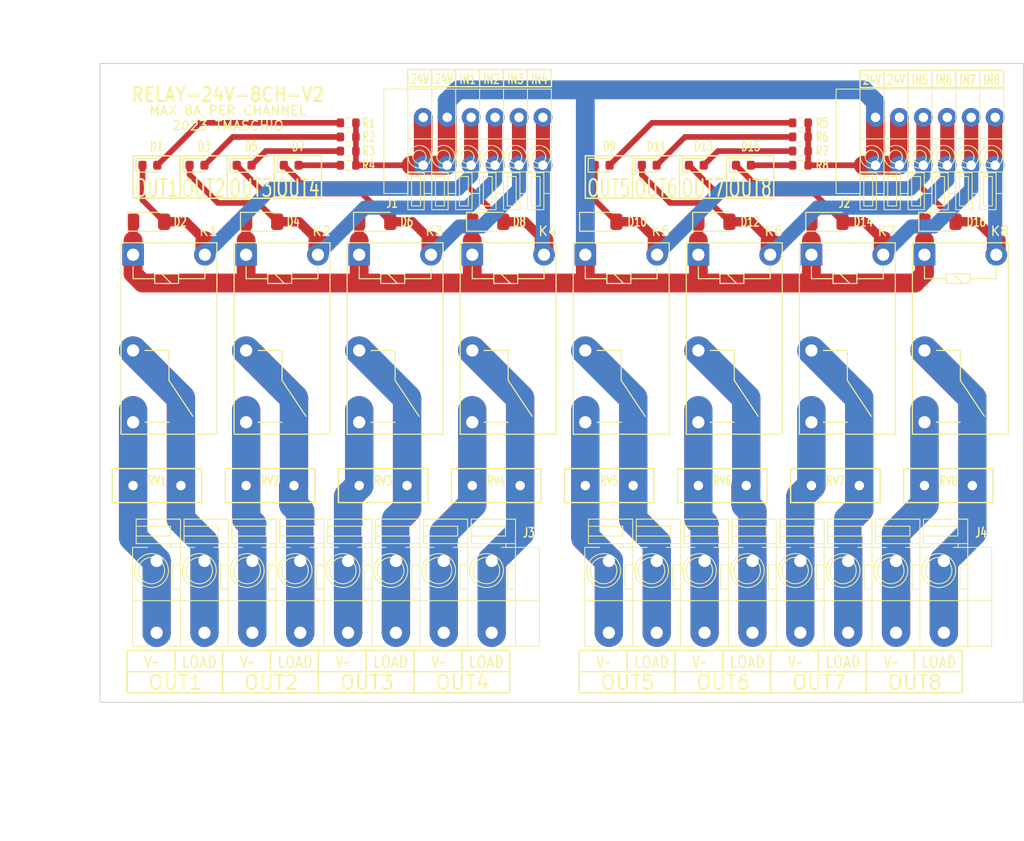
<source format=kicad_pcb>
(kicad_pcb (version 20221018) (generator pcbnew)
  (title_block (title "ESP 8 Relay Module"))
  (layers (0 "F.Cu" signal) (31 "B.Cu" signal) (34 "B.Paste" user) (35 "F.Paste" user) (36 "B.SilkS" user "B.Silkscreen") (37 "F.SilkS" user "F.Silkscreen") (38 "B.Mask" user) (39 "F.Mask" user) (44 "Edge.Cuts" user))
  (net 0 "")
  (net 1 "Net-(D1-A)")
  (net 2 "+24V")
  (net 3 "Net-(D1-K)")
  (net 4 "Net-(D3-A)")
  (net 5 "Net-(D3-K)")
  (net 6 "Net-(D5-A)")
  (net 7 "Net-(D5-K)")
  (net 8 "Net-(D7-A)")
  (net 9 "Net-(D7-K)")
  (net 10 "Net-(J3-Pin_1)")
  (net 11 "Net-(J3-Pin_2)")
  (net 12 "Net-(J4-Pin_1)")
  (net 13 "Net-(J4-Pin_2)")
  (net 14 "Net-(D10-A)")
  (net 15 "Net-(D9-A)")
  (net 16 "Net-(D11-K)")
  (net 17 "Net-(D11-A)")
  (net 18 "Net-(D13-K)")
  (net 19 "Net-(D13-A)")
  (net 20 "Net-(D15-K)")
  (net 21 "Net-(D15-A)")
  (net 22 "Net-(J4-Pin_3)")
  (net 23 "Net-(J4-Pin_4)")
  (net 24 "Net-(J4-Pin_5)")
  (net 25 "Net-(J4-Pin_6)")
  (net 26 "Net-(J4-Pin_7)")
  (net 27 "Net-(J4-Pin_8)")
  (net 28 "Net-(J3-Pin_3)")
  (net 29 "Net-(J3-Pin_4)")
  (net 30 "Net-(J3-Pin_5)")
  (net 31 "Net-(J3-Pin_6)")
  (net 32 "Net-(J3-Pin_7)")
  (net 33 "Net-(J3-Pin_8)")
  (footprint "Tales:D_SOD-123" (layer "F.Cu") (at 214.15 79)
    (fp_text reference "D16")
    (fp_text value "1N4148")
  )
  (footprint "Tales:D_SOD-123" (layer "F.Cu") (at 202.15 79)
    (fp_text reference "D14")
    (fp_text value "1N4148")
  )
  (footprint "Tales:LED_0603_1608Metric" (layer "F.Cu") (at 188.2875 73)
    (fp_text reference "D13")
    (fp_text value "GREEN")
  )
  (footprint "Tales:R_0603_1608Metric" (layer "F.Cu") (at 151.325 71.5 180)
    (fp_text reference "R3")
    (fp_text value "5k6/100mW")
  )
  (footprint "Tales:R_0603_1608Metric" (layer "F.Cu") (at 199.325 73 180)
    (fp_text reference "R8")
    (fp_text value "5k6/100mW")
  )
  (footprint "Tales:LED_0603_1608Metric" (layer "F.Cu") (at 178.2875 73)
    (fp_text reference "D9")
    (fp_text value "GREEN")
  )
  (footprint "Tales:D_SOD-123" (layer "F.Cu") (at 142.15 79)
    (fp_text reference "D4")
    (fp_text value "1N4148")
  )
  (footprint "Tales:TerminalBlock_Dibo_DB141V-2.54-6P_1x06_P2.54mm_Vertical" (layer "F.Cu") (at 220 67.92 180)
    (fp_text reference "J2")
    (fp_text value "DB141V-2.54-6P")
  )
  (footprint "Tales:R_0603_1608Metric" (layer "F.Cu") (at 199.325 68.5 180)
    (fp_text reference "R5")
    (fp_text value "5k6/100mW")
  )
  (footprint "Tales:LED_0603_1608Metric" (layer "F.Cu") (at 183.2875 73)
    (fp_text reference "D11")
    (fp_text value "GREEN")
  )
  (footprint "Tales:Relay_SPST_Omron-G5Q-1A" (layer "F.Cu") (at 176.5 82.5 -90)
    (fp_text reference "K5")
    (fp_text value "G5Q-1A4-DC24V")
  )
  (footprint "Tales:LED_0603_1608Metric" (layer "F.Cu") (at 145.2875 73)
    (fp_text reference "D7")
    (fp_text value "GREEN")
  )
  (footprint "Tales:TerminalBlock_Dibo_DB142V-5.08-8P_1x08_P5.08mm_Vertical" (layer "F.Cu") (at 179 122.62)
    (fp_text reference "J4")
    (fp_text value "DB142V-5.08-8P")
  )
  (footprint "Tales:Relay_SPST_Omron-G5Q-1A" (layer "F.Cu") (at 152.5 82.5 -90)
    (fp_text reference "K3")
    (fp_text value "G5Q-1A4-DC24V")
  )
  (footprint "Tales:R_0603_1608Metric" (layer "F.Cu") (at 199.325 70 180)
    (fp_text reference "R6")
    (fp_text value "5k6/100mW")
  )
  (footprint "Tales:R_0603_1608Metric" (layer "F.Cu") (at 151.325 73 180)
    (fp_text reference "R4")
    (fp_text value "5k6/100mW")
  )
  (footprint "Tales:Relay_SPST_Omron-G5Q-1A" (layer "F.Cu") (at 188.5 82.5 -90)
    (fp_text reference "K6")
    (fp_text value "G5Q-1A4-DC24V")
  )
  (footprint "Tales:LED_0603_1608Metric" (layer "F.Cu") (at 130.2875 73)
    (fp_text reference "D1")
    (fp_text value "GREEN")
  )
  (footprint "Tales:R_0603_1608Metric" (layer "F.Cu") (at 151.325 70 180)
    (fp_text reference "R2")
    (fp_text value "5k6/100mW")
  )
  (footprint "Tales:D_SOD-123" (layer "F.Cu") (at 130.15 79)
    (fp_text reference "D2")
    (fp_text value "1N4148")
  )
  (footprint "Tales:RV_Disc_D9.50mm_W3.6mm_P5.08mm" (layer "F.Cu") (at 128.5 107)
    (fp_text reference "RV1")
    (fp_text value "275VAC")
  )
  (footprint "Tales:LED_0603_1608Metric" (layer "F.Cu") (at 193.2875 73)
    (fp_text reference "D15")
    (fp_text value "GREEN")
  )
  (footprint "Tales:D_SOD-123" (layer "F.Cu") (at 154.15 79)
    (fp_text reference "D6")
    (fp_text value "1N4148")
  )
  (footprint "Tales:RV_Disc_D9.50mm_W3.6mm_P5.08mm" (layer "F.Cu") (at 188.5 107)
    (fp_text reference "RV6")
    (fp_text value "275VAC")
  )
  (footprint "Tales:R_0603_1608Metric" (layer "F.Cu") (at 199.325 71.5 180)
    (fp_text reference "R7")
    (fp_text value "5k6/100mW")
  )
  (footprint "Tales:RV_Disc_D9.50mm_W3.6mm_P5.08mm" (layer "F.Cu") (at 176.5 107)
    (fp_text reference "RV5")
    (fp_text value "275VAC")
  )
  (footprint "Tales:LED_0603_1608Metric" (layer "F.Cu") (at 135.2875 73)
    (fp_text reference "D3")
    (fp_text value "GREEN")
  )
  (footprint "Tales:RV_Disc_D9.50mm_W3.6mm_P5.08mm" (layer "F.Cu") (at 164.5 107)
    (fp_text reference "RV4")
    (fp_text value "275VAC")
  )
  (footprint "Tales:RV_Disc_D9.50mm_W3.6mm_P5.08mm" (layer "F.Cu") (at 140.5 107)
    (fp_text reference "RV2")
    (fp_text value "275VAC")
  )
  (footprint "Tales:RV_Disc_D9.50mm_W3.6mm_P5.08mm" (layer "F.Cu") (at 212.5 107)
    (fp_text reference "RV8")
    (fp_text value "275VAC")
  )
  (footprint "Tales:Relay_SPST_Omron-G5Q-1A" (layer "F.Cu") (at 128.5 82.5 -90)
    (fp_text reference "K1")
    (fp_text value "G5Q-1A4-DC24V")
  )
  (footprint "Tales:D_SOD-123" (layer "F.Cu") (at 178.15 79)
    (fp_text reference "D10")
    (fp_text value "1N4148")
  )
  (footprint "Tales:D_SOD-123" (layer "F.Cu") (at 190.15 79)
    (fp_text reference "D12")
    (fp_text value "1N4148")
  )
  (footprint "Tales:TerminalBlock_Dibo_DB141V-2.54-6P_1x06_P2.54mm_Vertical" (layer "F.Cu") (at 172 67.92 180)
    (fp_text reference "J1")
    (fp_text value "DB141V-2.54-6P")
  )
  (footprint "Tales:Relay_SPST_Omron-G5Q-1A" (layer "F.Cu") (at 200.5 82.5 -90)
    (fp_text reference "K7")
    (fp_text value "G5Q-1A4-DC24V")
  )
  (footprint "Tales:Relay_SPST_Omron-G5Q-1A" (layer "F.Cu") (at 212.5 82.5 -90)
    (fp_text reference "K8")
    (fp_text value "G5Q-1A4-DC24V")
  )
  (footprint "Tales:D_SOD-123" (layer "F.Cu") (at 166.15 79)
    (fp_text reference "D8")
    (fp_text value "1N4148")
  )
  (footprint "Tales:TerminalBlock_Dibo_DB142V-5.08-8P_1x08_P5.08mm_Vertical" (layer "F.Cu") (at 131 122.62)
    (fp_text reference "J3")
    (fp_text value "DB142V-5.08-8P")
  )
  (footprint "Tales:RV_Disc_D9.50mm_W3.6mm_P5.08mm" (layer "F.Cu") (at 152.5 107)
    (fp_text reference "RV3")
    (fp_text value "275VAC")
  )
  (footprint "Tales:Relay_SPST_Omron-G5Q-1A" (layer "F.Cu") (at 164.5 82.5 -90)
    (fp_text reference "K4")
    (fp_text value "G5Q-1A4-DC24V")
  )
  (footprint "Tales:R_0603_1608Metric" (layer "F.Cu") (at 151.325 68.5 180)
    (fp_text reference "R1")
    (fp_text value "5k6/100mW")
  )
  (footprint "Tales:LED_0603_1608Metric" (layer "F.Cu") (at 140.2875 73)
    (fp_text reference "D5")
    (fp_text value "GREEN")
  )
  (footprint "Tales:Relay_SPST_Omron-G5Q-1A" (layer "F.Cu") (at 140.5 82.5 -90)
    (fp_text reference "K2")
    (fp_text value "G5Q-1A4-DC24V")
  )
  (footprint "Tales:RV_Disc_D9.50mm_W3.6mm_P5.08mm" (layer "F.Cu") (at 200.5 107)
    (fp_text reference "RV7")
    (fp_text value "275VAC")
  )
  (gr_line (start 175.85 124.5) (end 175.85 129) (stroke (width 0.15)) (layer "F.SilkS"))
  (gr_rect (start 157.66 62.85) (end 172.9 64.67) (stroke (width 0.15)) (fill none) (layer "F.SilkS"))
  (gr_line (start 143.5 76.5) (end 143.5 72) (stroke (width 0.15)) (layer "F.SilkS"))
  (gr_line (start 210.74 64.73) (end 210.74 62.93) (stroke (width 0.15)) (layer "F.SilkS"))
  (gr_line (start 168.49 124.5) (end 168.49 129) (stroke (width 0.15)) (layer "F.SilkS"))
  (gr_rect (start 205.66 62.93) (end 220.9 64.75) (stroke (width 0.15)) (fill none) (layer "F.SilkS"))
  (gr_line (start 191.09 124.5) (end 191.09 126.75) (stroke (width 0.15)) (layer "F.SilkS"))
  (gr_line (start 163.41 124.5) (end 163.41 126.75) (stroke (width 0.15)) (layer "F.SilkS"))
  (gr_line (start 208.2 64.73) (end 208.2 62.93) (stroke (width 0.15)) (layer "F.SilkS"))
  (gr_line (start 191.5 76.5) (end 191.5 72) (stroke (width 0.15)) (layer "F.SilkS"))
  (gr_line (start 165.28 64.67) (end 165.28 62.85) (stroke (width 0.15)) (layer "F.SilkS"))
  (gr_line (start 201.25 124.5) (end 201.25 126.75) (stroke (width 0.15)) (layer "F.SilkS"))
  (gr_line (start 128.5 72) (end 148.5 72) (stroke (width 0.15)) (layer "F.SilkS"))
  (gr_line (start 216.49 124.5) (end 216.49 129) (stroke (width 0.15)) (layer "F.SilkS"))
  (gr_line (start 127.85 124.5) (end 168.49 124.5) (stroke (width 0.15)) (layer "F.SilkS"))
  (gr_line (start 127.85 129) (end 168.49 129) (stroke (width 0.15)) (layer "F.SilkS"))
  (gr_line (start 215.82 64.73) (end 215.82 62.93) (stroke (width 0.15)) (layer "F.SilkS"))
  (gr_line (start 218.36 64.73) (end 218.36 62.93) (stroke (width 0.15)) (layer "F.SilkS"))
  (gr_line (start 148.17 124.5) (end 148.17 129) (stroke (width 0.15)) (layer "F.SilkS"))
  (gr_line (start 138.01 124.5) (end 138.01 129) (stroke (width 0.15)) (layer "F.SilkS"))
  (gr_line (start 132.93 124.5) (end 132.93 126.75) (stroke (width 0.15)) (layer "F.SilkS"))
  (gr_line (start 148.5 76.5) (end 128.5 76.5) (stroke (width 0.15)) (layer "F.SilkS"))
  (gr_line (start 170.36 64.65) (end 170.36 62.85) (stroke (width 0.15)) (layer "F.SilkS"))
  (gr_line (start 196.5 76.5) (end 176.5 76.5) (stroke (width 0.15)) (layer "F.SilkS"))
  (gr_line (start 206.33 124.5) (end 206.33 129) (stroke (width 0.15)) (layer "F.SilkS"))
  (gr_line (start 175.85 129) (end 216.49 129) (stroke (width 0.15)) (layer "F.SilkS"))
  (gr_line (start 162.74 64.65) (end 162.74 62.85) (stroke (width 0.15)) (layer "F.SilkS"))
  (gr_line (start 175.85 126.75) (end 216.49 126.75) (stroke (width 0.15)) (layer "F.SilkS"))
  (gr_line (start 175.85 126.75) (end 175.85 129) (stroke (width 0.15)) (layer "F.SilkS"))
  (gr_line (start 186.5 76.5) (end 186.5 72) (stroke (width 0.15)) (layer "F.SilkS"))
  (gr_line (start 186.01 124.5) (end 186.01 129) (stroke (width 0.15)) (layer "F.SilkS"))
  (gr_line (start 213.28 64.75) (end 213.28 62.93) (stroke (width 0.15)) (layer "F.SilkS"))
  (gr_line (start 176.5 72) (end 196.5 72) (stroke (width 0.15)) (layer "F.SilkS"))
  (gr_line (start 127.85 126.75) (end 168.49 126.75) (stroke (width 0.15)) (layer "F.SilkS"))
  (gr_line (start 153.25 124.5) (end 153.25 126.75) (stroke (width 0.15)) (layer "F.SilkS"))
  (gr_line (start 167.82 64.65) (end 167.82 62.85) (stroke (width 0.15)) (layer "F.SilkS"))
  (gr_line (start 211.41 124.5) (end 211.41 126.75) (stroke (width 0.15)) (layer "F.SilkS"))
  (gr_line (start 138.5 76.5) (end 138.5 72) (stroke (width 0.15)) (layer "F.SilkS"))
  (gr_line (start 148.5 72) (end 148.5 76.5) (stroke (width 0.15)) (layer "F.SilkS"))
  (gr_line (start 180.93 124.5) (end 180.93 126.75) (stroke (width 0.15)) (layer "F.SilkS"))
  (gr_line (start 176.5 76.5) (end 176.5 72) (stroke (width 0.15)) (layer "F.SilkS"))
  (gr_line (start 196.17 124.5) (end 196.17 129) (stroke (width 0.15)) (layer "F.SilkS"))
  (gr_line (start 175.85 124.5) (end 216.49 124.5) (stroke (width 0.15)) (layer "F.SilkS"))
  (gr_line (start 133.5 72) (end 133.5 76.5) (stroke (width 0.15)) (layer "F.SilkS"))
  (gr_line (start 127.85 126.75) (end 127.85 129) (stroke (width 0.15)) (layer "F.SilkS"))
  (gr_line (start 143.09 124.5) (end 143.09 126.75) (stroke (width 0.15)) (layer "F.SilkS"))
  (gr_line (start 196.5 72) (end 196.5 76.5) (stroke (width 0.15)) (layer "F.SilkS"))
  (gr_line (start 158.33 124.5) (end 158.33 129) (stroke (width 0.15)) (layer "F.SilkS"))
  (gr_line (start 127.85 124.5) (end 127.85 129) (stroke (width 0.15)) (layer "F.SilkS"))
  (gr_line (start 181.5 72) (end 181.5 76.5) (stroke (width 0.15)) (layer "F.SilkS"))
  (gr_line (start 128.5 76.5) (end 128.5 72) (stroke (width 0.15)) (layer "F.SilkS"))
  (gr_line (start 160.2 64.65) (end 160.2 62.85) (stroke (width 0.15)) (layer "F.SilkS"))
  (gr_rect (start 125 62.2) (end 223 130) (stroke (width 0.1)) (fill none) (layer "Edge.Cuts"))
  (gr_text "IN2" (at 166.55 64.45) (layer "F.SilkS") (effects (font (size 1 0.7) (thickness 0.15) bold) (justify bottom)))
  (gr_text "V~" (at 150.77 125.75) (layer "F.SilkS") (effects (font (size 1.2 1))))
  (gr_text "LOAD" (at 145.69 125.75) (layer "F.SilkS") (effects (font (size 1.2 1))))
  (gr_text "IN8" (at 219.63 64.53) (layer "F.SilkS") (effects (font (size 1 0.7) (thickness 0.15) bold) (justify bottom)))
  (gr_text "OUT3" (at 141 76.5) (layer "F.SilkS") (effects (font (size 1.8 1.2) (thickness 0.2)) (justify bottom)))
  (gr_text "OUT4" (at 163.47 127.9) (layer "F.SilkS") (effects (font (size 1.5 1.5) (thickness 0.2))))
  (gr_text "OUT6" (at 191.15 127.9) (layer "F.SilkS") (effects (font (size 1.5 1.5) (thickness 0.2))))
  (gr_text "IN7" (at 217.09 64.53) (layer "F.SilkS") (effects (font (size 1 0.7) (thickness 0.15) bold) (justify bottom)))
  (gr_text "OUT8" (at 211.47 127.9) (layer "F.SilkS") (effects (font (size 1.5 1.5) (thickness 0.2))))
  (gr_text "LOAD" (at 155.85 125.75) (layer "F.SilkS") (effects (font (size 1.2 1))))
  (gr_text "V~" (at 140.61 125.75) (layer "F.SilkS") (effects (font (size 1.2 1))))
  (gr_text "IN6" (at 214.55 64.53) (layer "F.SilkS") (effects (font (size 1 0.7) (thickness 0.15) bold) (justify bottom)))
  (gr_text "V~" (at 160.93 125.75) (layer "F.SilkS") (effects (font (size 1.2 1))))
  (gr_text "LOAD" (at 166.01 125.75) (layer "F.SilkS") (effects (font (size 1.2 1))))
  (gr_text "OUT6" (at 184 76.5) (layer "F.SilkS") (effects (font (size 1.8 1.2) (thickness 0.2)) (justify bottom)))
  (gr_text "OUT7" (at 189 76.5) (layer "F.SilkS") (effects (font (size 1.8 1.2) (thickness 0.2)) (justify bottom)))
  (gr_text "V~" (at 130.45 125.75) (layer "F.SilkS") (effects (font (size 1.2 1))))
  (gr_text "OUT2" (at 136 76.5) (layer "F.SilkS") (effects (font (size 1.8 1.2) (thickness 0.2)) (justify bottom)))
  (gr_text "IN1" (at 164.01 64.45) (layer "F.SilkS") (effects (font (size 1 0.7) (thickness 0.15) bold) (justify bottom)))
  (gr_text "V~" (at 198.77 125.75) (layer "F.SilkS") (effects (font (size 1.2 1))))
  (gr_text "V~" (at 208.93 125.75) (layer "F.SilkS") (effects (font (size 1.2 1))))
  (gr_text "LOAD" (at 214.01 125.75) (layer "F.SilkS") (effects (font (size 1.2 1))))
  (gr_text "V~" (at 178.45 125.75) (layer "F.SilkS") (effects (font (size 1.2 1))))
  (gr_text "OUT4" (at 146 76.5) (layer "F.SilkS") (effects (font (size 1.8 1.2) (thickness 0.2)) (justify bottom)))
  (gr_text "LOAD" (at 183.53 125.75) (layer "F.SilkS") (effects (font (size 1.2 1))))
  (gr_text "OUT1" (at 131 76.5) (layer "F.SilkS") (effects (font (size 1.8 1.2) (thickness 0.2)) (justify bottom)))
  (gr_text "LOAD" (at 135.53 125.75) (layer "F.SilkS") (effects (font (size 1.2 1))))
  (gr_text "OUT1" (at 132.99 127.9) (layer "F.SilkS") (effects (font (size 1.5 1.5) (thickness 0.2))))
  (gr_text "V~" (at 188.61 125.75) (layer "F.SilkS") (effects (font (size 1.2 1))))
  (gr_text "LOAD" (at 193.69 125.75) (layer "F.SilkS") (effects (font (size 1.2 1))))
  (gr_text "IN5" (at 212.01 64.53) (layer "F.SilkS") (effects (font (size 1 0.7) (thickness 0.15) bold) (justify bottom)))
  (gr_text "OUT2" (at 143.15 127.9) (layer "F.SilkS") (effects (font (size 1.5 1.5) (thickness 0.2))))
  (gr_text "24V" (at 206.93 64.53) (layer "F.SilkS") (effects (font (size 1 0.7) (thickness 0.15) bold) (justify bottom)))
  (gr_text "RELAY-24V-8CH-V2" (at 138.55 65.5) (layer "F.SilkS") (effects (font (size 1.5 1.3) (thickness 0.25) bold)))
  (gr_text "OUT5" (at 180.99 127.9) (layer "F.SilkS") (effects (font (size 1.5 1.5) (thickness 0.2))))
  (gr_text "IN3" (at 169.09 64.45) (layer "F.SilkS") (effects (font (size 1 0.7) (thickness 0.15) bold) (justify bottom)))
  (gr_text "OUT5" (at 179 76.5) (layer "F.SilkS") (effects (font (size 1.8 1.2) (thickness 0.2)) (justify bottom)))
  (gr_text "24V" (at 158.93 64.45) (layer "F.SilkS") (effects (font (size 1 0.7) (thickness 0.15) bold) (justify bottom)))
  (gr_text "LOAD" (at 203.85 125.75) (layer "F.SilkS") (effects (font (size 1.2 1))))
  (gr_text "OUT3" (at 153.31 127.9) (layer "F.SilkS") (effects (font (size 1.5 1.5) (thickness 0.2))))
  (gr_text "OUT7" (at 201.31 127.9) (layer "F.SilkS") (effects (font (size 1.5 1.5) (thickness 0.2))))
  (gr_text "24V" (at 161.47 64.45) (layer "F.SilkS") (effects (font (size 1 0.7) (thickness 0.15) bold) (justify bottom)))
  (gr_text "OUT8" (at 194 76.5) (layer "F.SilkS") (effects (font (size 1.8 1.2) (thickness 0.2)) (justify bottom)))
  (gr_text "IN4" (at 171.63 64.45) (layer "F.SilkS") (effects (font (size 1 0.7) (thickness 0.15) bold) (justify bottom)))
  (gr_text "24V" (at 209.47 64.53) (layer "F.SilkS") (effects (font (size 1 0.7) (thickness 0.15) bold) (justify bottom)))
  (gr_text "MAX 8A PER CHANNEL\n2023 TMASCHIO" (at 138.55 68) (layer "F.SilkS") (effects (font (size 1 1))))
  (segment (start 135.575 68.5) (end 131.075 73) (width 0.6) (layer "F.Cu") (net 1))
  (segment (start 150.5 68.5) (end 135.575 68.5) (width 0.6) (layer "F.Cu") (net 1))
  (segment (start 128.5 82.5) (end 128.5 84.5) (width 2) (layer "F.Cu") (net 2))
  (segment (start 152.15 73) (end 152.15 71.5) (width 0.6) (layer "F.Cu") (net 2))
  (segment (start 128.5 84.5) (end 129.5 85.5) (width 2) (layer "F.Cu") (net 2))
  (segment (start 128.5 79) (end 128.5 81) (width 1) (layer "F.Cu") (net 2))
  (segment (start 176.5 79) (end 176.5 81) (width 1) (layer "F.Cu") (net 2))
  (segment (start 211.5 85.5) (end 212.5 84.5) (width 2) (layer "F.Cu") (net 2))
  (segment (start 200.5 85.5) (end 200.5 81) (width 2) (layer "F.Cu") (net 2))
  (segment (start 152.15 71.5) (end 152.15 70) (width 0.6) (layer "F.Cu") (net 2))
  (segment (start 161.84 73) (end 159.3 73) (width 2) (layer "F.Cu") (net 2))
  (segment (start 152.15 70) (end 152.15 68.5) (width 0.6) (layer "F.Cu") (net 2))
  (segment (start 209.84 67.92) (end 209.84 73) (width 2) (layer "F.Cu") (net 2))
  (segment (start 176.5 85.5) (end 176.5 81) (width 2) (layer "F.Cu") (net 2))
  (segment (start 159.3 67.92) (end 159.3 73) (width 2) (layer "F.Cu") (net 2))
  (segment (start 200.5 79) (end 200.5 81) (width 1) (layer "F.Cu") (net 2))
  (segment (start 164.5 79) (end 164.5 81) (width 1) (layer "F.Cu") (net 2))
  (segment (start 200.15 70) (end 200.15 68.5) (width 0.6) (layer "F.Cu") (net 2))
  (segment (start 159.3 73) (end 158 73) (width 2) (layer "F.Cu") (net 2))
  (segment (start 128.5 82.5) (end 128.5 81) (width 2) (layer "F.Cu") (net 2))
  (segment (start 200.15 73) (end 206 73) (width 0.6) (layer "F.Cu") (net 2))
  (segment (start 212.5 84.5) (end 212.5 82.5) (width 2) (layer "F.Cu") (net 2))
  (segment (start 212.5 82.5) (end 212.5 81) (width 2) (layer "F.Cu") (net 2))
  (segment (start 200.15 73) (end 200.15 71.5) (width 0.6) (layer "F.Cu") (net 2))
  (segment (start 161.84 67.92) (end 161.84 73) (width 2) (layer "F.Cu") (net 2))
  (segment (start 140.5 79) (end 140.5 81) (width 1) (layer "F.Cu") (net 2))
  (segment (start 129.5 85.5) (end 211.5 85.5) (width 2) (layer "F.Cu") (net 2))
  (segment (start 212.5 79) (end 212.5 81) (width 1) (layer "F.Cu") (net 2))
  (segment (start 207.3 73) (end 206 73) (width 2) (layer "F.Cu") (net 2))
  (segment (start 209.84 73) (end 207.3 73) (width 2) (layer "F.Cu") (net 2))
  (segment (start 152.5 79) (end 152.5 81) (width 1) (layer "F.Cu") (net 2))
  (segment (start 188.5 85.5) (end 188.5 81) (width 2) (layer "F.Cu") (net 2))
  (segment (start 200.15 71.5) (end 200.15 70) (width 0.6) (layer "F.Cu") (net 2))
  (segment (start 140.5 81) (end 140.5 85.5) (width 2) (layer "F.Cu") (net 2))
  (segment (start 152.5 81) (end 152.5 85.5) (width 2) (layer "F.Cu") (net 2))
  (segment (start 152.15 73) (end 158 73) (width 0.6) (layer "F.Cu") (net 2))
  (segment (start 207.3 67.92) (end 207.3 73) (width 2) (layer "F.Cu") (net 2))
  (segment (start 188.5 79) (end 188.5 81) (width 1) (layer "F.Cu") (net 2))
  (segment (start 164.5 85.5) (end 164.5 81) (width 2) (layer "F.Cu") (net 2))
  (segment (start 206 65) (end 207.3 66.3) (width 2) (layer "B.Cu") (net 2))
  (segment (start 161.84 67.92) (end 161.84 66.16) (width 2) (layer "B.Cu") (net 2))
  (segment (start 163 65) (end 176.5 65) (width 2) (layer "B.Cu") (net 2))
  (segment (start 176.5 65) (end 206 65) (width 2) (layer "B.Cu") (net 2))
  (segment (start 207.3 66.3) (end 207.3 67.92) (width 2) (layer "B.Cu") (net 2))
  (segment (start 176.5 82.5) (end 176.5 65) (width 2) (layer "B.Cu") (net 2))
  (segment (start 161.84 66.16) (end 163 65) (width 2) (layer "B.Cu") (net 2))
  (segment (start 129.5 73) (end 129.5 76.7) (width 0.6) (layer "F.Cu") (net 3))
  (segment (start 134.12 79) (end 136.12 81) (width 1) (layer "F.Cu") (net 3))
  (segment (start 136.12 82.5) (end 136.12 81) (width 2) (layer "F.Cu") (net 3))
  (segment (start 131.8 79) (end 134.12 79) (width 1) (layer "F.Cu") (net 3))
  (segment (start 129.5 76.7) (end 131.8 79) (width 0.6) (layer "F.Cu") (net 3))
  (segment (start 164.38 67.92) (end 164.38 73) (width 1.5) (layer "F.Cu") (net 3))
  (segment (start 143.12 75.5) (end 136.12 82.5) (width 1.5) (layer "B.Cu") (net 3))
  (segment (start 163 75.5) (end 143.12 75.5) (width 1.5) (layer "B.Cu") (net 3))
  (segment (start 164.38 73) (end 164.38 74.12) (width 1.5) (layer "B.Cu") (net 3))
  (segment (start 164.38 74.12) (end 163 75.5) (width 1.5) (layer "B.Cu") (net 3))
  (segment (start 139.075 70) (end 136.075 73) (width 0.6) (layer "F.Cu") (net 4))
  (segment (start 150.5 70) (end 139.075 70) (width 0.6) (layer "F.Cu") (net 4))
  (segment (start 134.5 74) (end 137.5 77) (width 0.6) (layer "F.Cu") (net 5))
  (segment (start 137.5 77) (end 141.8 77) (width 0.6) (layer "F.Cu") (net 5))
  (segment (start 143.8 79) (end 146.12 79) (width 1) (layer "F.Cu") (net 5))
  (segment (start 166.92 67.92) (end 166.92 73) (width 1.5) (layer "F.Cu") (net 5))
  (segment (start 134.5 73) (end 134.5 74) (width 0.6) (layer "F.Cu") (net 5))
  (segment (start 148.12 82.5) (end 148.12 81) (width 2) (layer "F.Cu") (net 5))
  (segment (start 141.8 77) (end 143.8 79) (width 0.6) (layer "F.Cu") (net 5))
  (segment (start 146.12 79) (end 148.12 81) (width 1) (layer "F.Cu") (net 5))
  (segment (start 166.92 73) (end 166.92 74.58) (width 1.5) (layer "B.Cu") (net 5))
  (segment (start 166.92 74.58) (end 164 77.5) (width 1.5) (layer "B.Cu") (net 5))
  (segment (start 153.12 77.5) (end 148.12 82.5) (width 1.5) (layer "B.Cu") (net 5))
  (segment (start 164 77.5) (end 153.12 77.5) (width 1.5) (layer "B.Cu") (net 5))
  (segment (start 142.575 71.5) (end 141.075 73) (width 0.6) (layer "F.Cu") (net 6))
  (segment (start 150.5 71.5) (end 142.575 71.5) (width 0.6) (layer "F.Cu") (net 6))
  (segment (start 169.46 67.92) (end 169.46 73) (width 1.5) (layer "F.Cu") (net 7))
  (segment (start 152.8 76) (end 155.8 79) (width 0.6) (layer "F.Cu") (net 7))
  (segment (start 139.5 73) (end 142.5 76) (width 0.6) (layer "F.Cu") (net 7))
  (segment (start 155.8 79) (end 158.12 79) (width 1) (layer "F.Cu") (net 7))
  (segment (start 160.12 82.5) (end 160.12 81) (width 2) (layer "F.Cu") (net 7))
  (segment (start 158.12 79) (end 160.12 81) (width 1) (layer "F.Cu") (net 7))
  (segment (start 142.5 76) (end 152.8 76) (width 0.6) (layer "F.Cu") (net 7))
  (segment (start 169.46 73) (end 169.46 75.54) (width 1.5) (layer "B.Cu") (net 7))
  (segment (start 163.12 79.5) (end 160.12 82.5) (width 1.5) (layer "B.Cu") (net 7))
  (segment (start 169.46 75.54) (end 165.5 79.5) (width 1.5) (layer "B.Cu") (net 7))
  (segment (start 165.5 79.5) (end 163.12 79.5) (width 1.5) (layer "B.Cu") (net 7))
  (segment (start 150.5 73) (end 146.075 73) (width 0.6) (layer "F.Cu") (net 8))
  (segment (start 163.8 75) (end 167.8 79) (width 0.6) (layer "F.Cu") (net 9))
  (segment (start 167.8 79) (end 170.12 79) (width 1) (layer "F.Cu") (net 9))
  (segment (start 146.5 75) (end 163.8 75) (width 0.6) (layer "F.Cu") (net 9))
  (segment (start 170.12 79) (end 172.12 81) (width 1) (layer "F.Cu") (net 9))
  (segment (start 172.12 82.5) (end 172.12 81) (width 2) (layer "F.Cu") (net 9))
  (segment (start 144.5 73) (end 146.5 75) (width 0.6) (layer "F.Cu") (net 9))
  (segment (start 172 67.92) (end 172 73) (width 1.5) (layer "F.Cu") (net 9))
  (segment (start 172.12 82.5) (end 172 82.38) (width 1.5) (layer "B.Cu") (net 9))
  (segment (start 172 82.38) (end 172 73) (width 1.5) (layer "B.Cu") (net 9))
  (segment (start 128.5 107) (end 128.5 112.5) (width 3) (layer "F.Cu") (net 10))
  (segment (start 128.5 99) (end 128.5 107) (width 3) (layer "F.Cu") (net 10))
  (segment (start 128.5 112.5) (end 131 115) (width 3) (layer "F.Cu") (net 10))
  (segment (start 131 122.62) (end 131 115) (width 3) (layer "F.Cu") (net 10))
  (segment (start 131 122.62) (end 131 115) (width 3) (layer "B.Cu") (net 10))
  (segment (start 128.5 107) (end 128.5 99) (width 3) (layer "B.Cu") (net 10))
  (segment (start 128.5 112.5) (end 128.5 107) (width 3) (layer "B.Cu") (net 10))
  (segment (start 131 115) (end 128.5 112.5) (width 3) (layer "B.Cu") (net 10))
  (segment (start 136.08 122.62) (end 136.08 115) (width 3) (layer "F.Cu") (net 11))
  (segment (start 133.58 97.74) (end 128.5 92.66) (width 3) (layer "F.Cu") (net 11))
  (segment (start 133.58 107) (end 133.58 97.74) (width 3) (layer "F.Cu") (net 11))
  (segment (start 133.58 107) (end 133.58 110.58) (width 3) (layer "F.Cu") (net 11))
  (segment (start 133.58 110.58) (end 136.08 113.08) (width 3) (layer "F.Cu") (net 11))
  (segment (start 136.08 113.08) (end 136.08 115) (width 3) (layer "F.Cu") (net 11))
  (segment (start 136.08 122.62) (end 136.08 115) (width 3) (layer "B.Cu") (net 11))
  (segment (start 133.58 107) (end 133.58 97.74) (width 3) (layer "B.Cu") (net 11))
  (segment (start 133.58 110.58) (end 133.58 107) (width 3) (layer "B.Cu") (net 11))
  (segment (start 136.08 115) (end 136.08 113.08) (width 3) (layer "B.Cu") (net 11))
  (segment (start 136.08 113.08) (end 133.58 110.58) (width 3) (layer "B.Cu") (net 11))
  (segment (start 133.58 97.74) (end 128.5 92.66) (width 3) (layer "B.Cu") (net 11))
  (segment (start 179 122.62) (end 179 115) (width 3) (layer "F.Cu") (net 12))
  (segment (start 176.5 99) (end 176.5 107) (width 3) (layer "F.Cu") (net 12))
  (segment (start 176.5 107) (end 176.5 112.5) (width 3) (layer "F.Cu") (net 12))
  (segment (start 176.5 112.5) (end 179 115) (width 3) (layer "F.Cu") (net 12))
  (segment (start 176.5 107) (end 176.5 99) (width 3) (layer "B.Cu") (net 12))
  (segment (start 179 122.62) (end 179 115) (width 3) (layer "B.Cu") (net 12))
  (segment (start 179 115) (end 176.5 112.5) (width 3) (layer "B.Cu") (net 12))
  (segment (start 176.5 112.5) (end 176.5 107) (width 3) (layer "B.Cu") (net 12))
  (segment (start 181.58 97.74) (end 176.5 92.66) (width 3) (layer "F.Cu") (net 13))
  (segment (start 184.08 113.08) (end 184.08 115) (width 3) (layer "F.Cu") (net 13))
  (segment (start 184.08 122.62) (end 184.08 115) (width 3) (layer "F.Cu") (net 13))
  (segment (start 181.58 107) (end 181.58 97.74) (width 3) (layer "F.Cu") (net 13))
  (segment (start 181.58 110.58) (end 184.08 113.08) (width 3) (layer "F.Cu") (net 13))
  (segment (start 181.58 107) (end 181.58 110.58) (width 3) (layer "F.Cu") (net 13))
  (segment (start 184.08 115) (end 184.08 113.08) (width 3) (layer "B.Cu") (net 13))
  (segment (start 181.58 107) (end 181.58 97.74) (width 3) (layer "B.Cu") (net 13))
  (segment (start 181.58 110.58) (end 181.58 107) (width 3) (layer "B.Cu") (net 13))
  (segment (start 184.08 113.08) (end 181.58 110.58) (width 3) (layer "B.Cu") (net 13))
  (segment (start 184.08 122.62) (end 184.08 115) (width 3) (layer "B.Cu") (net 13))
  (segment (start 181.58 97.74) (end 176.5 92.66) (width 3) (layer "B.Cu") (net 13))
  (segment (start 179.8 79) (end 182.12 79) (width 1) (layer "F.Cu") (net 14))
  (segment (start 212.38 67.92) (end 212.38 73) (width 1.5) (layer "F.Cu") (net 14))
  (segment (start 184.12 82.5) (end 184.12 81) (width 2) (layer "F.Cu") (net 14))
  (segment (start 182.12 79) (end 184.12 81) (width 1) (layer "F.Cu") (net 14))
  (segment (start 177.5 76.7) (end 179.8 79) (width 0.6) (layer "F.Cu") (net 14))
  (segment (start 177.5 73) (end 177.5 76.7) (width 0.6) (layer "F.Cu") (net 14))
  (segment (start 212.38 74.12) (end 211 75.5) (width 1.5) (layer "B.Cu") (net 14))
  (segment (start 212.38 73) (end 212.38 74.12) (width 1.5) (layer "B.Cu") (net 14))
  (segment (start 191.12 75.5) (end 184.12 82.5) (width 1.5) (layer "B.Cu") (net 14))
  (segment (start 211 75.5) (end 191.12 75.5) (width 1.5) (layer "B.Cu") (net 14))
  (segment (start 198.5 68.5) (end 183.575 68.5) (width 0.6) (layer "F.Cu") (net 15))
  (segment (start 183.575 68.5) (end 179.075 73) (width 0.6) (layer "F.Cu") (net 15))
  (segment (start 189.8 77) (end 191.8 79) (width 0.6) (layer "F.Cu") (net 16))
  (segment (start 182.5 74) (end 185.5 77) (width 0.6) (layer "F.Cu") (net 16))
  (segment (start 214.92 67.92) (end 214.92 73) (width 1.5) (layer "F.Cu") (net 16))
  (segment (start 194.12 79) (end 196.12 81) (width 1) (layer "F.Cu") (net 16))
  (segment (start 182.5 73) (end 182.5 74) (width 0.6) (layer "F.Cu") (net 16))
  (segment (start 196.12 82.5) (end 196.12 81) (width 2) (layer "F.Cu") (net 16))
  (segment (start 191.8 79) (end 194.12 79) (width 1) (layer "F.Cu") (net 16))
  (segment (start 185.5 77) (end 189.8 77) (width 0.6) (layer "F.Cu") (net 16))
  (segment (start 214.92 74.58) (end 212 77.5) (width 1.5) (layer "B.Cu") (net 16))
  (segment (start 214.92 73) (end 214.92 74.58) (width 1.5) (layer "B.Cu") (net 16))
  (segment (start 201.12 77.5) (end 196.12 82.5) (width 1.5) (layer "B.Cu") (net 16))
  (segment (start 212 77.5) (end 201.12 77.5) (width 1.5) (layer "B.Cu") (net 16))
  (segment (start 187.075 70) (end 184.075 73) (width 0.6) (layer "F.Cu") (net 17))
  (segment (start 198.5 70) (end 187.075 70) (width 0.6) (layer "F.Cu") (net 17))
  (segment (start 190.5 76) (end 200.8 76) (width 0.6) (layer "F.Cu") (net 18))
  (segment (start 200.8 76) (end 203.8 79) (width 0.6) (layer "F.Cu") (net 18))
  (segment (start 206.12 79) (end 208.12 81) (width 1) (layer "F.Cu") (net 18))
  (segment (start 203.8 79) (end 206.12 79) (width 1) (layer "F.Cu") (net 18))
  (segment (start 208.12 82.5) (end 208.12 81) (width 2) (layer "F.Cu") (net 18))
  (segment (start 187.5 73) (end 190.5 76) (width 0.6) (layer "F.Cu") (net 18))
  (segment (start 217.46 67.92) (end 217.46 73) (width 1.5) (layer "F.Cu") (net 18))
  (segment (start 217.46 73) (end 217.46 75.54) (width 1.5) (layer "B.Cu") (net 18))
  (segment (start 213.5 79.5) (end 211.12 79.5) (width 1.5) (layer "B.Cu") (net 18))
  (segment (start 211.12 79.5) (end 208.12 82.5) (width 1.5) (layer "B.Cu") (net 18))
  (segment (start 217.46 75.54) (end 213.5 79.5) (width 1.5) (layer "B.Cu") (net 18))
  (segment (start 198.5 71.5) (end 190.575 71.5) (width 0.6) (layer "F.Cu") (net 19))
  (segment (start 190.575 71.5) (end 189.075 73) (width 0.6) (layer "F.Cu") (net 19))
  (segment (start 218.12 79) (end 220.12 81) (width 1) (layer "F.Cu") (net 20))
  (segment (start 192.5 73) (end 194.5 75) (width 0.6) (layer "F.Cu") (net 20))
  (segment (start 220 67.92) (end 220 73) (width 1.5) (layer "F.Cu") (net 20))
  (segment (start 211.8 75) (end 215.8 79) (width 0.6) (layer "F.Cu") (net 20))
  (segment (start 220.12 82.5) (end 220.12 81) (width 2) (layer "F.Cu") (net 20))
  (segment (start 194.5 75) (end 211.8 75) (width 0.6) (layer "F.Cu") (net 20))
  (segment (start 215.8 79) (end 218.12 79) (width 1) (layer "F.Cu") (net 20))
  (segment (start 220.12 82.5) (end 220 82.38) (width 1.5) (layer "B.Cu") (net 20))
  (segment (start 220 82.38) (end 220 73) (width 1.5) (layer "B.Cu") (net 20))
  (segment (start 198.5 73) (end 194.075 73) (width 0.6) (layer "F.Cu") (net 21))
  (segment (start 188.5 107) (end 188.5 110.5) (width 3) (layer "F.Cu") (net 22))
  (segment (start 188.5 99) (end 188.5 107) (width 3) (layer "F.Cu") (net 22))
  (segment (start 189.16 111.16) (end 189.16 115) (width 3) (layer "F.Cu") (net 22))
  (segment (start 188.5 110.5) (end 189.16 111.16) (width 3) (layer "F.Cu") (net 22))
  (segment (start 189.16 122.62) (end 189.16 115) (width 3) (layer "F.Cu") (net 22))
  (segment (start 188.5 107) (end 188.5 99) (width 3) (layer "B.Cu") (net 22))
  (segment (start 188.5 110.5) (end 188.5 107) (width 3) (layer "B.Cu") (net 22))
  (segment (start 189.16 122.62) (end 189.16 115) (width 3) (layer "B.Cu") (net 22))
  (segment (start 189.16 115) (end 189.16 111.16) (width 3) (layer "B.Cu") (net 22))
  (segment (start 189.16 111.16) (end 188.5 110.5) (width 3) (layer "B.Cu") (net 22))
  (segment (start 193.5 109) (end 194.24 109.74) (width 3) (layer "F.Cu") (net 23))
  (segment (start 193.58 97.74) (end 188.5 92.66) (width 3) (layer "F.Cu") (net 23))
  (segment (start 193.5 107.08) (end 193.5 109) (width 3) (layer "F.Cu") (net 23))
  (segment (start 194.24 122.62) (end 194.24 115) (width 3) (layer "F.Cu") (net 23))
  (segment (start 193.58 107) (end 193.5 107.08) (width 3) (layer "F.Cu") (net 23))
  (segment (start 193.58 107) (end 193.58 97.74) (width 3) (layer "F.Cu") (net 23))
  (segment (start 194.24 109.74) (end 194.24 115) (width 3) (layer "F.Cu") (net 23))
  (segment (start 193.58 97.74) (end 188.5 92.66) (width 3) (layer "B.Cu") (net 23))
  (segment (start 194.24 122.62) (end 194.24 115) (width 3) (layer "B.Cu") (net 23))
  (segment (start 194.24 109.74) (end 193.5 109) (width 3) (layer "B.Cu") (net 23))
  (segment (start 194.24 115) (end 194.24 109.74) (width 3) (layer "B.Cu") (net 23))
  (segment (start 193.58 107) (end 193.58 97.74) (width 3) (layer "B.Cu") (net 23))
  (segment (start 193.5 109) (end 193.58 108.92) (width 3) (layer "B.Cu") (net 23))
  (segment (start 193.58 108.92) (end 193.58 107) (width 3) (layer "B.Cu") (net 23))
  (segment (start 199.32 122.62) (end 199.32 115) (width 3) (layer "F.Cu") (net 24))
  (segment (start 199.32 115) (end 199.32 108.18) (width 3) (layer "F.Cu") (net 24))
  (segment (start 200.5 99) (end 200.5 107) (width 3) (layer "F.Cu") (net 24))
  (segment (start 199.32 108.18) (end 200.5 107) (width 3) (layer "F.Cu") (net 24))
  (segment (start 199.32 122.62) (end 199.32 115) (width 3) (layer "B.Cu") (net 24))
  (segment (start 199.32 108.18) (end 200.5 107) (width 3) (layer "B.Cu") (net 24))
  (segment (start 199.32 115) (end 199.32 108.18) (width 3) (layer "B.Cu") (net 24))
  (segment (start 200.5 107) (end 200.5 99) (width 3) (layer "B.Cu") (net 24))
  (segment (start 204.4 110.7) (end 204.4 115) (width 3) (layer "F.Cu") (net 25))
  (segment (start 205.58 109.52) (end 204.4 110.7) (width 3) (layer "F.Cu") (net 25))
  (segment (start 205.58 107) (end 205.58 97.74) (width 3) (layer "F.Cu") (net 25))
  (segment (start 205.58 107) (end 205.58 109.52) (width 3) (layer "F.Cu") (net 25))
  (segment (start 204.4 122.62) (end 204.4 115) (width 3) (layer "F.Cu") (net 25))
  (segment (start 205.58 97.74) (end 200.5 92.66) (width 3) (layer "F.Cu") (net 25))
  (segment (start 205.58 97.74) (end 200.5 92.66) (width 3) (layer "B.Cu") (net 25))
  (segment (start 204.4 110.6) (end 205.58 109.42) (width 3) (layer "B.Cu") (net 25))
  (segment (start 205.58 109.42) (end 205.58 107) (width 3) (layer "B.Cu") (net 25))
  (segment (start 204.4 122.62) (end 204.4 115) (width 3) (layer "B.Cu") (net 25))
  (segment (start 205.58 107) (end 205.58 97.74) (width 3) (layer "B.Cu") (net 25))
  (segment (start 204.4 115) (end 204.4 110.6) (width 3) (layer "B.Cu") (net 25))
  (segment (start 209.48 112.02) (end 212.5 109) (width 3) (layer "F.Cu") (net 26))
  (segment (start 212.5 99) (end 212.5 107) (width 3) (layer "F.Cu") (net 26))
  (segment (start 212.5 109) (end 212.5 107) (width 3) (layer "F.Cu") (net 26))
  (segment (start 209.48 115) (end 209.48 112.02) (width 3) (layer "F.Cu") (net 26))
  (segment (start 209.48 122.62) (end 209.48 115) (width 3) (layer "F.Cu") (net 26))
  (segment (start 209.48 122.62) (end 209.48 115) (width 3) (layer "B.Cu") (net 26))
  (segment (start 209.48 115) (end 209.48 112.02) (width 3) (layer "B.Cu") (net 26))
  (segment (start 212.5 107) (end 212.5 99) (width 3) (layer "B.Cu") (net 26))
  (segment (start 209.48 112.02) (end 212.5 109) (width 3) (layer "B.Cu") (net 26))
  (segment (start 212.5 109) (end 212.5 107) (width 3) (layer "B.Cu") (net 26))
  (segment (start 214.56 122.62) (end 214.56 115) (width 3) (layer "F.Cu") (net 27))
  (segment (start 217.58 107) (end 217.58 97.74) (width 3) (layer "F.Cu") (net 27))
  (segment (start 217.58 107) (end 217.58 111.98) (width 3) (layer "F.Cu") (net 27))
  (segment (start 217.58 111.98) (end 214.56 115) (width 3) (layer "F.Cu") (net 27))
  (segment (start 217.58 97.74) (end 212.5 92.66) (width 3) (layer "F.Cu") (net 27))
  (segment (start 217.58 111.98) (end 217.58 107) (width 3) (layer "B.Cu") (net 27))
  (segment (start 217.58 107) (end 217.58 97.74) (width 3) (layer "B.Cu") (net 27))
  (segment (start 214.56 122.62) (end 214.56 115) (width 3) (layer "B.Cu") (net 27))
  (segment (start 214.56 115) (end 217.58 111.98) (width 3) (layer "B.Cu") (net 27))
  (segment (start 217.58 97.74) (end 212.5 92.66) (width 3) (layer "B.Cu") (net 27))
  (segment (start 140.5 107) (end 140.5 110.5) (width 3) (layer "F.Cu") (net 28))
  (segment (start 141.16 122.62) (end 141.16 115) (width 3) (layer "F.Cu") (net 28))
  (segment (start 141.16 111.16) (end 141.16 115) (width 3) (layer "F.Cu") (net 28))
  (segment (start 140.5 110.5) (end 141.16 111.16) (width 3) (layer "F.Cu") (net 28))
  (segment (start 140.5 99) (end 140.5 107) (width 3) (layer "F.Cu") (net 28))
  (segment (start 141.16 111.16) (end 140.5 110.5) (width 3) (layer "B.Cu") (net 28))
  (segment (start 141.16 115) (end 141.16 111.16) (width 3) (layer "B.Cu") (net 28))
  (segment (start 140.5 110.5) (end 140.5 107) (width 3) (layer "B.Cu") (net 28))
  (segment (start 140.5 107) (end 140.5 99) (width 3) (layer "B.Cu") (net 28))
  (segment (start 141.16 122.62) (end 141.16 115) (width 3) (layer "B.Cu") (net 28))
  (segment (start 146.24 109.74) (end 146.24 115) (width 3) (layer "F.Cu") (net 29))
  (segment (start 145.58 107) (end 145.5 107.08) (width 3) (layer "F.Cu") (net 29))
  (segment (start 145.58 97.74) (end 140.5 92.66) (width 3) (layer "F.Cu") (net 29))
  (segment (start 145.58 107) (end 145.58 97.74) (width 3) (layer "F.Cu") (net 29))
  (segment (start 145.5 107.08) (end 145.5 109) (width 3) (layer "F.Cu") (net 29))
  (segment (start 145.5 109) (end 146.24 109.74) (width 3) (layer "F.Cu") (net 29))
  (segment (start 146.24 122.62) (end 146.24 115) (width 3) (layer "F.Cu") (net 29))
  (segment (start 145.58 107) (end 145.58 97.74) (width 3) (layer "B.Cu") (net 29))
  (segment (start 145.58 108.92) (end 145.58 107) (width 3) (layer "B.Cu") (net 29))
  (segment (start 146.24 122.62) (end 146.24 115) (width 3) (layer "B.Cu") (net 29))
  (segment (start 145.5 109) (end 145.58 108.92) (width 3) (layer "B.Cu") (net 29))
  (segment (start 145.58 97.74) (end 140.5 92.66) (width 3) (layer "B.Cu") (net 29))
  (segment (start 146.24 109.74) (end 145.5 109) (width 3) (layer "B.Cu") (net 29))
  (segment (start 146.24 115) (end 146.24 109.74) (width 3) (layer "B.Cu") (net 29))
  (segment (start 151.32 108.18) (end 152.5 107) (width 3) (layer "F.Cu") (net 30))
  (segment (start 152.5 99) (end 152.5 107) (width 3) (layer "F.Cu") (net 30))
  (segment (start 151.32 122.62) (end 151.32 115) (width 3) (layer "F.Cu") (net 30))
  (segment (start 151.32 115) (end 151.32 108.18) (width 3) (layer "F.Cu") (net 30))
  (segment (start 151.32 115) (end 151.32 108.18) (width 3) (layer "B.Cu") (net 30))
  (segment (start 152.5 107) (end 152.5 99) (width 3) (layer "B.Cu") (net 30))
  (segment (start 151.32 122.62) (end 151.32 115) (width 3) (layer "B.Cu") (net 30))
  (segment (start 151.32 108.18) (end 152.5 107) (width 3) (layer "B.Cu") (net 30))
  (segment (start 157.58 97.74) (end 152.5 92.66) (width 3) (layer "F.Cu") (net 31))
  (segment (start 157.58 109.52) (end 156.4 110.7) (width 3) (layer "F.Cu") (net 31))
  (segment (start 157.58 107) (end 157.58 109.52) (width 3) (layer "F.Cu") (net 31))
  (segment (start 156.4 122.62) (end 156.4 115) (width 3) (layer "F.Cu") (net 31))
  (segment (start 156.4 110.7) (end 156.4 115) (width 3) (layer "F.Cu") (net 31))
  (segment (start 157.58 107) (end 157.58 97.74) (width 3) (layer "F.Cu") (net 31))
  (segment (start 156.4 110.6) (end 157.58 109.42) (width 3) (layer "B.Cu") (net 31))
  (segment (start 157.58 107) (end 157.58 97.74) (width 3) (layer "B.Cu") (net 31))
  (segment (start 157.58 97.74) (end 152.5 92.66) (width 3) (layer "B.Cu") (net 31))
  (segment (start 156.4 122.62) (end 156.4 115) (width 3) (layer "B.Cu") (net 31))
  (segment (start 156.4 115) (end 156.4 110.6) (width 3) (layer "B.Cu") (net 31))
  (segment (start 157.58 109.42) (end 157.58 107) (width 3) (layer "B.Cu") (net 31))
  (segment (start 161.48 122.62) (end 161.48 115) (width 3) (layer "F.Cu") (net 32))
  (segment (start 161.48 112.02) (end 164.5 109) (width 3) (layer "F.Cu") (net 32))
  (segment (start 164.5 99) (end 164.5 107) (width 3) (layer "F.Cu") (net 32))
  (segment (start 161.48 115) (end 161.48 112.02) (width 3) (layer "F.Cu") (net 32))
  (segment (start 164.5 109) (end 164.5 107) (width 3) (layer "F.Cu") (net 32))
  (segment (start 164.5 107) (end 164.5 99) (width 3) (layer "B.Cu") (net 32))
  (segment (start 161.48 115) (end 161.48 112.02) (width 3) (layer "B.Cu") (net 32))
  (segment (start 164.5 109) (end 164.5 107) (width 3) (layer "B.Cu") (net 32))
  (segment (start 161.48 122.62) (end 161.48 115) (width 3) (layer "B.Cu") (net 32))
  (segment (start 161.48 112.02) (end 164.5 109) (width 3) (layer "B.Cu") (net 32))
  (segment (start 169.58 111.98) (end 166.56 115) (width 3) (layer "F.Cu") (net 33))
  (segment (start 169.58 97.74) (end 164.5 92.66) (width 3) (layer "F.Cu") (net 33))
  (segment (start 169.58 107) (end 169.58 97.74) (width 3) (layer "F.Cu") (net 33))
  (segment (start 166.56 122.62) (end 166.56 115) (width 3) (layer "F.Cu") (net 33))
  (segment (start 169.58 107) (end 169.58 111.98) (width 3) (layer "F.Cu") (net 33))
  (segment (start 169.58 107) (end 169.58 97.74) (width 3) (layer "B.Cu") (net 33))
  (segment (start 166.56 122.62) (end 166.56 115) (width 3) (layer "B.Cu") (net 33))
  (segment (start 169.58 97.74) (end 164.5 92.66) (width 3) (layer "B.Cu") (net 33))
  (segment (start 166.56 115) (end 169.58 111.98) (width 3) (layer "B.Cu") (net 33))
  (segment (start 169.58 111.98) (end 169.58 107) (width 3) (layer "B.Cu") (net 33))
)
</source>
